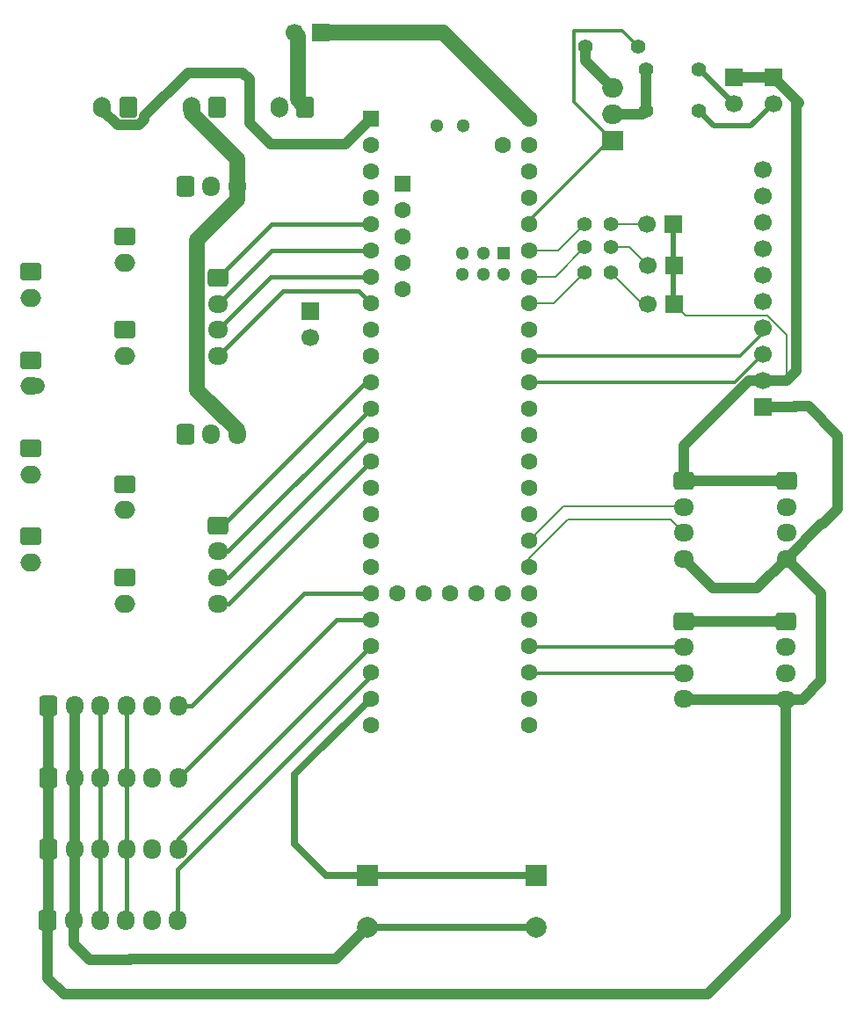
<source format=gbr>
%TF.GenerationSoftware,KiCad,Pcbnew,9.0.7-9.0.7~ubuntu22.04.1*%
%TF.CreationDate,2026-02-24T23:57:18+05:30*%
%TF.ProjectId,diff_drive_pcb,64696666-5f64-4726-9976-655f7063622e,V2.2*%
%TF.SameCoordinates,Original*%
%TF.FileFunction,Copper,L1,Top*%
%TF.FilePolarity,Positive*%
%FSLAX46Y46*%
G04 Gerber Fmt 4.6, Leading zero omitted, Abs format (unit mm)*
G04 Created by KiCad (PCBNEW 9.0.7-9.0.7~ubuntu22.04.1) date 2026-02-24 23:57:18*
%MOMM*%
%LPD*%
G01*
G04 APERTURE LIST*
G04 Aperture macros list*
%AMRoundRect*
0 Rectangle with rounded corners*
0 $1 Rounding radius*
0 $2 $3 $4 $5 $6 $7 $8 $9 X,Y pos of 4 corners*
0 Add a 4 corners polygon primitive as box body*
4,1,4,$2,$3,$4,$5,$6,$7,$8,$9,$2,$3,0*
0 Add four circle primitives for the rounded corners*
1,1,$1+$1,$2,$3*
1,1,$1+$1,$4,$5*
1,1,$1+$1,$6,$7*
1,1,$1+$1,$8,$9*
0 Add four rect primitives between the rounded corners*
20,1,$1+$1,$2,$3,$4,$5,0*
20,1,$1+$1,$4,$5,$6,$7,0*
20,1,$1+$1,$6,$7,$8,$9,0*
20,1,$1+$1,$8,$9,$2,$3,0*%
G04 Aperture macros list end*
%TA.AperFunction,ComponentPad*%
%ADD10R,1.700000X1.700000*%
%TD*%
%TA.AperFunction,ComponentPad*%
%ADD11C,1.700000*%
%TD*%
%TA.AperFunction,ComponentPad*%
%ADD12RoundRect,0.250000X-0.725000X0.600000X-0.725000X-0.600000X0.725000X-0.600000X0.725000X0.600000X0*%
%TD*%
%TA.AperFunction,ComponentPad*%
%ADD13O,1.950000X1.700000*%
%TD*%
%TA.AperFunction,ComponentPad*%
%ADD14O,1.700000X1.950000*%
%TD*%
%TA.AperFunction,ComponentPad*%
%ADD15RoundRect,0.250000X-0.750000X0.600000X-0.750000X-0.600000X0.750000X-0.600000X0.750000X0.600000X0*%
%TD*%
%TA.AperFunction,ComponentPad*%
%ADD16O,2.000000X1.700000*%
%TD*%
%TA.AperFunction,ComponentPad*%
%ADD17RoundRect,0.250000X-0.600000X-0.725000X0.600000X-0.725000X0.600000X0.725000X-0.600000X0.725000X0*%
%TD*%
%TA.AperFunction,ComponentPad*%
%ADD18C,1.400000*%
%TD*%
%TA.AperFunction,ComponentPad*%
%ADD19C,2.000000*%
%TD*%
%TA.AperFunction,ComponentPad*%
%ADD20R,2.000000X2.000000*%
%TD*%
%TA.AperFunction,ComponentPad*%
%ADD21O,2.000000X1.905000*%
%TD*%
%TA.AperFunction,ComponentPad*%
%ADD22R,2.000000X1.905000*%
%TD*%
%TA.AperFunction,ComponentPad*%
%ADD23C,1.300000*%
%TD*%
%TA.AperFunction,ComponentPad*%
%ADD24R,1.300000X1.300000*%
%TD*%
%TA.AperFunction,ComponentPad*%
%ADD25C,1.600000*%
%TD*%
%TA.AperFunction,ComponentPad*%
%ADD26R,1.600000X1.600000*%
%TD*%
%TA.AperFunction,ComponentPad*%
%ADD27O,1.700000X2.000000*%
%TD*%
%TA.AperFunction,ComponentPad*%
%ADD28RoundRect,0.250000X0.600000X0.750000X-0.600000X0.750000X-0.600000X-0.750000X0.600000X-0.750000X0*%
%TD*%
%TA.AperFunction,ViaPad*%
%ADD29C,0.600000*%
%TD*%
%TA.AperFunction,ViaPad*%
%ADD30C,0.900000*%
%TD*%
%TA.AperFunction,Conductor*%
%ADD31C,0.400000*%
%TD*%
%TA.AperFunction,Conductor*%
%ADD32C,1.500000*%
%TD*%
%TA.AperFunction,Conductor*%
%ADD33C,1.000000*%
%TD*%
%TA.AperFunction,Conductor*%
%ADD34C,0.500000*%
%TD*%
%TA.AperFunction,Conductor*%
%ADD35C,0.200000*%
%TD*%
%TA.AperFunction,Conductor*%
%ADD36C,0.300000*%
%TD*%
%TA.AperFunction,Conductor*%
%ADD37C,0.700000*%
%TD*%
G04 APERTURE END LIST*
D10*
%TO.P,J11,1,Pin_1*%
%TO.N,uC_pwr*%
X141190000Y-64150000D03*
D11*
%TO.P,J11,2,Pin_2*%
%TO.N,+5V*%
X138650000Y-64150000D03*
%TD*%
D10*
%TO.P,J13,1,Pin_1*%
%TO.N,GND*%
X140180000Y-90990000D03*
D11*
%TO.P,J13,2,Pin_2*%
%TO.N,/Brk_sw*%
X140180000Y-93530000D03*
%TD*%
D12*
%TO.P,U1,1,M1A*%
%TO.N,M1_ctrl_A*%
X131270000Y-87780000D03*
D13*
%TO.P,U1,2,M1B*%
%TO.N,M1_ctrl_B*%
X131270000Y-90280000D03*
D14*
%TO.P,U1,4,GND*%
%TO.N,/Brk_sw*%
X130640000Y-78940000D03*
D13*
%TO.P,U1,5,M2A*%
%TO.N,M2_ctrl_A*%
X131270000Y-92780000D03*
%TO.P,U1,6,M2B*%
%TO.N,M2_ctrl_B*%
X131270000Y-95280000D03*
D15*
%TO.P,U1,7,M1+*%
%TO.N,/M1+*%
X122280000Y-83790000D03*
D16*
%TO.P,U1,8,M1-*%
%TO.N,/M1-*%
X122280000Y-86290000D03*
D15*
%TO.P,U1,9,M2+*%
%TO.N,/M2+*%
X122280000Y-92780000D03*
D16*
%TO.P,U1,10,M2-*%
%TO.N,/M2-*%
X122280000Y-95280000D03*
D17*
%TO.P,U1,11,+12V*%
%TO.N,+12V*%
X128140000Y-78940000D03*
D14*
%TO.P,U1,12,PGND*%
%TO.N,GND1*%
X133140000Y-78940000D03*
%TD*%
D12*
%TO.P,U2,1,M1A*%
%TO.N,M3_ctrl_A*%
X131250000Y-111635000D03*
D13*
%TO.P,U2,2,M1B*%
%TO.N,M3_ctrl_B*%
X131250000Y-114135000D03*
D14*
%TO.P,U2,4,GND*%
%TO.N,/Brk_sw*%
X130620000Y-102795000D03*
D13*
%TO.P,U2,5,M2A*%
%TO.N,M4_ctrl_A*%
X131250000Y-116635000D03*
%TO.P,U2,6,M2B*%
%TO.N,M4_ctrl_B*%
X131250000Y-119135000D03*
D15*
%TO.P,U2,7,M1+*%
%TO.N,/M3+*%
X122260000Y-107645000D03*
D16*
%TO.P,U2,8,M1-*%
%TO.N,/M3-*%
X122260000Y-110145000D03*
D15*
%TO.P,U2,9,M2+*%
%TO.N,/M4+*%
X122260000Y-116635000D03*
D16*
%TO.P,U2,10,M2-*%
%TO.N,/M4-*%
X122260000Y-119135000D03*
D17*
%TO.P,U2,11,+12V*%
%TO.N,+12V*%
X128120000Y-102795000D03*
D14*
%TO.P,U2,12,PGND*%
%TO.N,GND1*%
X133120000Y-102795000D03*
%TD*%
D11*
%TO.P,D4,2,A*%
%TO.N,Net-(D4-A)*%
X172645000Y-86560000D03*
D10*
%TO.P,D4,1,K*%
%TO.N,GND*%
X175185000Y-86560000D03*
%TD*%
D18*
%TO.P,R5,2*%
%TO.N,Net-(D6-A)*%
X177580000Y-67710000D03*
%TO.P,R5,1*%
%TO.N,+5V*%
X172500000Y-67710000D03*
%TD*%
%TO.P,R6,2*%
%TO.N,Net-(D7-A)*%
X177580000Y-71710000D03*
%TO.P,R6,1*%
%TO.N,+5V*%
X172500000Y-71710000D03*
%TD*%
%TO.P,R3,2*%
%TO.N,Net-(D5-A)*%
X169105000Y-87240000D03*
%TO.P,R3,1*%
%TO.N,STATUS_LED3*%
X166565000Y-87240000D03*
%TD*%
D11*
%TO.P,D7,2,A*%
%TO.N,Net-(D7-A)*%
X184750000Y-71000000D03*
D10*
%TO.P,D7,1,K*%
%TO.N,GND*%
X184750000Y-68460000D03*
%TD*%
D18*
%TO.P,R2,2*%
%TO.N,Net-(D4-A)*%
X169125000Y-84840000D03*
%TO.P,R2,1*%
%TO.N,STATUS_LED2*%
X166585000Y-84840000D03*
%TD*%
D11*
%TO.P,D5,2,A*%
%TO.N,Net-(D5-A)*%
X172665000Y-90290000D03*
D10*
%TO.P,D5,1,K*%
%TO.N,GND*%
X175205000Y-90290000D03*
%TD*%
D18*
%TO.P,R4,2*%
%TO.N,GND*%
X166670000Y-65460000D03*
%TO.P,R4,1*%
%TO.N,HEADLIGHTS*%
X171750000Y-65460000D03*
%TD*%
D19*
%TO.P,BZ1,2,-*%
%TO.N,GND*%
X145680000Y-150320000D03*
D20*
%TO.P,BZ1,1,+*%
%TO.N,Buzzer_ctl*%
X145680000Y-145320000D03*
%TD*%
D21*
%TO.P,Q2,3,S*%
%TO.N,GND*%
X169250000Y-69460000D03*
%TO.P,Q2,2,D*%
%TO.N,+5V*%
X169250000Y-72000000D03*
D22*
%TO.P,Q2,1,G*%
%TO.N,HEADLIGHTS*%
X169250000Y-74540000D03*
%TD*%
D23*
%TO.P,U3,67,D+*%
%TO.N,unconnected-(U3-D+-Pad67)*%
X152370000Y-73150000D03*
%TO.P,U3,66,D-*%
%TO.N,unconnected-(U3-D--Pad66)*%
X154910000Y-73150000D03*
%TO.P,U3,65,R-*%
%TO.N,unconnected-(U3-R--Pad65)*%
X158821600Y-87390000D03*
%TO.P,U3,64,GND*%
%TO.N,unconnected-(U3-GND-Pad64)*%
X156821600Y-87390000D03*
%TO.P,U3,63,T+*%
%TO.N,unconnected-(U3-T+-Pad63)*%
X154821600Y-87390000D03*
%TO.P,U3,62,T-*%
%TO.N,unconnected-(U3-T--Pad62)*%
X154821600Y-85390000D03*
%TO.P,U3,61,LED*%
%TO.N,unconnected-(U3-LED-Pad61)*%
X156821600Y-85390000D03*
D24*
%TO.P,U3,60,R+*%
%TO.N,unconnected-(U3-R+-Pad60)*%
X158821600Y-85390000D03*
D25*
%TO.P,U3,59,GND*%
%TO.N,unconnected-(U3-GND-Pad59)*%
X149070800Y-88879200D03*
%TO.P,U3,58,GND*%
%TO.N,unconnected-(U3-GND-Pad58)*%
X149070800Y-86339200D03*
%TO.P,U3,57,D+*%
%TO.N,unconnected-(U3-D+-Pad57)*%
X149070800Y-83799200D03*
%TO.P,U3,56,D-*%
%TO.N,unconnected-(U3-D--Pad56)*%
X149070800Y-81259200D03*
D26*
%TO.P,U3,55,5V*%
%TO.N,unconnected-(U3-5V-Pad55)*%
X149070800Y-78719200D03*
D25*
%TO.P,U3,54,ON_OFF*%
%TO.N,unconnected-(U3-ON_OFF-Pad54)*%
X158720000Y-118140000D03*
%TO.P,U3,53,PROGRAM*%
%TO.N,unconnected-(U3-PROGRAM-Pad53)*%
X156180000Y-118140000D03*
%TO.P,U3,52,GND*%
%TO.N,unconnected-(U3-GND-Pad52)*%
X153640000Y-118140000D03*
%TO.P,U3,51,3V3*%
%TO.N,unconnected-(U3-3V3-Pad51)*%
X151100000Y-118140000D03*
%TO.P,U3,50,VBAT*%
%TO.N,unconnected-(U3-VBAT-Pad50)*%
X148560000Y-118140000D03*
%TO.P,U3,49,VUSB*%
%TO.N,unconnected-(U3-VUSB-Pad49)*%
X158720000Y-74960000D03*
%TO.P,U3,48,VIN*%
%TO.N,uC_pwr*%
X161260000Y-72420000D03*
%TO.P,U3,47,GND*%
%TO.N,unconnected-(U3-GND-Pad47)*%
X161260000Y-74960000D03*
%TO.P,U3,46,3V3*%
%TO.N,+3V3*%
X161260000Y-77500000D03*
%TO.P,U3,45,23_A9_CRX1_MCLK1*%
%TO.N,unconnected-(U3-23_A9_CRX1_MCLK1-Pad45)*%
X161260000Y-80040000D03*
%TO.P,U3,44,22_A8_CTX1*%
%TO.N,HEADLIGHTS*%
X161260000Y-82580000D03*
%TO.P,U3,43,21_A7_RX5_BCLK1*%
%TO.N,STATUS_LED1*%
X161260000Y-85120000D03*
%TO.P,U3,42,20_A6_TX5_LRCLK1*%
%TO.N,STATUS_LED2*%
X161260000Y-87660000D03*
%TO.P,U3,41,19_A5_SCL*%
%TO.N,STATUS_LED3*%
X161260000Y-90200000D03*
%TO.P,U3,40,18_A4_SDA*%
%TO.N,unconnected-(U3-18_A4_SDA-Pad40)*%
X161260000Y-92740000D03*
%TO.P,U3,39,17_A3_TX4_SDA1*%
%TO.N,MPU_SDA*%
X161260000Y-95280000D03*
%TO.P,U3,38,16_A2_RX4_SCL1*%
%TO.N,MPU_SCL*%
X161260000Y-97820000D03*
%TO.P,U3,37,15_A1_RX3_SPDIF_IN*%
%TO.N,unconnected-(U3-15_A1_RX3_SPDIF_IN-Pad37)*%
X161260000Y-100360000D03*
%TO.P,U3,36,14_A0_TX3_SPDIF_OUT*%
%TO.N,unconnected-(U3-14_A0_TX3_SPDIF_OUT-Pad36)*%
X161260000Y-102900000D03*
%TO.P,U3,35,13_SCK_LED*%
%TO.N,unconnected-(U3-13_SCK_LED-Pad35)*%
X161260000Y-105440000D03*
%TO.P,U3,34,GND*%
%TO.N,unconnected-(U3-GND-Pad34)*%
X161260000Y-107980000D03*
%TO.P,U3,33,41_A17*%
%TO.N,unconnected-(U3-41_A17-Pad33)*%
X161260000Y-110520000D03*
%TO.P,U3,32,40_A16*%
%TO.N,M1_encB*%
X161260000Y-113060000D03*
%TO.P,U3,31,39_MISO1_OUT1A*%
%TO.N,M1_encA*%
X161260000Y-115600000D03*
%TO.P,U3,30,38_CS1_IN1*%
%TO.N,M2_encB*%
X161260000Y-118140000D03*
%TO.P,U3,29,37_CS*%
%TO.N,M2_encA*%
X161260000Y-120680000D03*
%TO.P,U3,28,36_CS*%
%TO.N,M3_encB*%
X161260000Y-123220000D03*
%TO.P,U3,27,35_TX8*%
%TO.N,M3_encA*%
X161260000Y-125760000D03*
%TO.P,U3,26,34_RX8*%
%TO.N,M4_encB*%
X161260000Y-128300000D03*
%TO.P,U3,25,33_MCLK2*%
%TO.N,M4_encA*%
X161260000Y-130840000D03*
%TO.P,U3,24,32_OUT1B*%
%TO.N,unconnected-(U3-32_OUT1B-Pad24)*%
X146020000Y-130840000D03*
%TO.P,U3,23,31_CTX3*%
%TO.N,Buzzer_ctl*%
X146020000Y-128300000D03*
%TO.P,U3,22,30_CRX3*%
%TO.N,XSHUT4*%
X146020000Y-125760000D03*
%TO.P,U3,21,29_TX7*%
%TO.N,XSHUT3*%
X146020000Y-123220000D03*
%TO.P,U3,20,28_RX7*%
%TO.N,XSHUT2*%
X146020000Y-120680000D03*
%TO.P,U3,19,27_A13_SCK1*%
%TO.N,XSHUT1*%
X146020000Y-118140000D03*
%TO.P,U3,18,26_A12_MOSI1*%
%TO.N,unconnected-(U3-26_A12_MOSI1-Pad18)*%
X146020000Y-115600000D03*
%TO.P,U3,17,25_A11_RX6_SDA2*%
%TO.N,TOF_SDA*%
X146020000Y-113060000D03*
%TO.P,U3,16,24_A10_TX6_SCL2*%
%TO.N,TOF_SCL*%
X146020000Y-110520000D03*
%TO.P,U3,15,3V3*%
%TO.N,unconnected-(U3-3V3-Pad15)*%
X146020000Y-107980000D03*
%TO.P,U3,14,12_MISO_MQSL*%
%TO.N,M4_ctrl_B*%
X146020000Y-105440000D03*
%TO.P,U3,13,11_MOSI_CTX1*%
%TO.N,M4_ctrl_A*%
X146020000Y-102900000D03*
%TO.P,U3,12,10_CS_MQSR*%
%TO.N,M3_ctrl_B*%
X146020000Y-100360000D03*
%TO.P,U3,11,9_OUT1C*%
%TO.N,M3_ctrl_A*%
X146020000Y-97820000D03*
%TO.P,U3,10,8_TX2_IN1*%
%TO.N,unconnected-(U3-8_TX2_IN1-Pad10)*%
X146020000Y-95280000D03*
%TO.P,U3,9,7_RX2_OUT1A*%
%TO.N,unconnected-(U3-7_RX2_OUT1A-Pad9)*%
X146020000Y-92740000D03*
%TO.P,U3,8,6_OUT1D*%
%TO.N,M2_ctrl_B*%
X146020000Y-90200000D03*
%TO.P,U3,7,5_IN2*%
%TO.N,M2_ctrl_A*%
X146020000Y-87660000D03*
%TO.P,U3,6,4_BCLK2*%
%TO.N,M1_ctrl_B*%
X146020000Y-85120000D03*
%TO.P,U3,5,3_LRCLK2*%
%TO.N,M1_ctrl_A*%
X146020000Y-82580000D03*
%TO.P,U3,4,2_OUT2*%
%TO.N,unconnected-(U3-2_OUT2-Pad4)*%
X146020000Y-80040000D03*
%TO.P,U3,3,1_TX1_CTX2_MISO1*%
%TO.N,unconnected-(U3-1_TX1_CTX2_MISO1-Pad3)*%
X146020000Y-77500000D03*
%TO.P,U3,2,0_RX1_CRX2_CS1*%
%TO.N,unconnected-(U3-0_RX1_CRX2_CS1-Pad2)*%
X146020000Y-74960000D03*
D26*
%TO.P,U3,1,GND*%
%TO.N,GND*%
X146020000Y-72420000D03*
%TD*%
D19*
%TO.P,BZ3,2,-*%
%TO.N,GND*%
X161930000Y-150320000D03*
D20*
%TO.P,BZ3,1,+*%
%TO.N,Buzzer_ctl*%
X161930000Y-145320000D03*
%TD*%
D11*
%TO.P,D6,2,A*%
%TO.N,Net-(D6-A)*%
X181000000Y-71000000D03*
D10*
%TO.P,D6,1,K*%
%TO.N,GND*%
X181000000Y-68460000D03*
%TD*%
D11*
%TO.P,D3,2,A*%
%TO.N,Net-(D3-A)*%
X172630000Y-82560000D03*
D10*
%TO.P,D3,1,K*%
%TO.N,GND*%
X175170000Y-82560000D03*
%TD*%
D18*
%TO.P,R1,2*%
%TO.N,Net-(D3-A)*%
X169145000Y-82560000D03*
%TO.P,R1,1*%
%TO.N,STATUS_LED1*%
X166605000Y-82560000D03*
%TD*%
D27*
%TO.P,J10,2,Pin_2*%
%TO.N,GND1*%
X128700000Y-71365000D03*
D28*
%TO.P,J10,1,Pin_1*%
%TO.N,+12V*%
X131200000Y-71365000D03*
%TD*%
D27*
%TO.P,J12,2,Pin_2*%
%TO.N,mc_power*%
X137188000Y-71307000D03*
D28*
%TO.P,J12,1,Pin_1*%
%TO.N,+5V*%
X139688000Y-71307000D03*
%TD*%
D27*
%TO.P,J9,2,Pin_2*%
%TO.N,GND*%
X120128000Y-71367000D03*
D28*
%TO.P,J9,1,Pin_1*%
%TO.N,mc_power*%
X122628000Y-71367000D03*
%TD*%
D16*
%TO.P,J7,2,Pin_2*%
%TO.N,/M4-*%
X113260000Y-115190000D03*
D15*
%TO.P,J7,1,Pin_1*%
%TO.N,/M4+*%
X113260000Y-112690000D03*
%TD*%
D16*
%TO.P,J5,2,Pin_2*%
%TO.N,/M3-*%
X113260000Y-106690000D03*
D15*
%TO.P,J5,1,Pin_1*%
%TO.N,/M3+*%
X113260000Y-104190000D03*
%TD*%
D16*
%TO.P,J3,2,Pin_2*%
%TO.N,/M2-*%
X113260000Y-98190000D03*
D15*
%TO.P,J3,1,Pin_1*%
%TO.N,/M2+*%
X113260000Y-95690000D03*
%TD*%
D16*
%TO.P,J1,2,Pin_2*%
%TO.N,/M1-*%
X113260000Y-89690000D03*
D15*
%TO.P,J1,1,Pin_1*%
%TO.N,/M1+*%
X113260000Y-87190000D03*
%TD*%
D13*
%TO.P,J2,4,Pin_4*%
%TO.N,+5V*%
X176128000Y-114839000D03*
%TO.P,J2,3,Pin_3*%
%TO.N,M1_encA*%
X176128000Y-112339000D03*
%TO.P,J2,2,Pin_2*%
%TO.N,M1_encB*%
X176128000Y-109839000D03*
D12*
%TO.P,J2,1,Pin_1*%
%TO.N,GND*%
X176128000Y-107339000D03*
%TD*%
D13*
%TO.P,J4,4,Pin_4*%
%TO.N,+5V*%
X186034000Y-114839000D03*
%TO.P,J4,3,Pin_3*%
%TO.N,M2_encA*%
X186034000Y-112339000D03*
%TO.P,J4,2,Pin_2*%
%TO.N,M2_encB*%
X186034000Y-109839000D03*
D12*
%TO.P,J4,1,Pin_1*%
%TO.N,GND*%
X186034000Y-107339000D03*
%TD*%
D13*
%TO.P,J6,4,Pin_4*%
%TO.N,+5V*%
X176120000Y-128350000D03*
%TO.P,J6,3,Pin_3*%
%TO.N,M3_encA*%
X176120000Y-125850000D03*
%TO.P,J6,2,Pin_2*%
%TO.N,M3_encB*%
X176120000Y-123350000D03*
D12*
%TO.P,J6,1,Pin_1*%
%TO.N,GND*%
X176120000Y-120850000D03*
%TD*%
D13*
%TO.P,J8,4,Pin_4*%
%TO.N,+5V*%
X185990000Y-128360000D03*
%TO.P,J8,3,Pin_3*%
%TO.N,M4_encA*%
X185990000Y-125860000D03*
%TO.P,J8,2,Pin_2*%
%TO.N,M4_encB*%
X185990000Y-123360000D03*
D12*
%TO.P,J8,1,Pin_1*%
%TO.N,GND*%
X185990000Y-120860000D03*
%TD*%
D14*
%TO.P,U4,6,XSHUT*%
%TO.N,XSHUT1*%
X127460000Y-129020000D03*
%TO.P,U4,5,GPIO1*%
%TO.N,unconnected-(U4-GPIO1-Pad5)*%
X124960000Y-129020000D03*
%TO.P,U4,4,SCL*%
%TO.N,TOF_SCL*%
X122460000Y-129020000D03*
%TO.P,U4,3,SDA*%
%TO.N,TOF_SDA*%
X119960000Y-129020000D03*
%TO.P,U4,2,GND*%
%TO.N,GND*%
X117460000Y-129020000D03*
D17*
%TO.P,U4,1,VCC*%
%TO.N,+5V*%
X114960000Y-129020000D03*
%TD*%
D14*
%TO.P,U5,6,XSHUT*%
%TO.N,XSHUT3*%
X127460000Y-142800000D03*
%TO.P,U5,5,GPIO1*%
%TO.N,unconnected-(U5-GPIO1-Pad5)*%
X124960000Y-142800000D03*
%TO.P,U5,4,SCL*%
%TO.N,TOF_SCL*%
X122460000Y-142800000D03*
%TO.P,U5,3,SDA*%
%TO.N,TOF_SDA*%
X119960000Y-142800000D03*
%TO.P,U5,2,GND*%
%TO.N,GND*%
X117460000Y-142800000D03*
D17*
%TO.P,U5,1,VCC*%
%TO.N,+5V*%
X114960000Y-142800000D03*
%TD*%
D14*
%TO.P,U6,6,XSHUT*%
%TO.N,XSHUT2*%
X127460000Y-135950000D03*
%TO.P,U6,5,GPIO1*%
%TO.N,unconnected-(U6-GPIO1-Pad5)*%
X124960000Y-135950000D03*
%TO.P,U6,4,SCL*%
%TO.N,TOF_SCL*%
X122460000Y-135950000D03*
%TO.P,U6,3,SDA*%
%TO.N,TOF_SDA*%
X119960000Y-135950000D03*
%TO.P,U6,2,GND*%
%TO.N,GND*%
X117460000Y-135950000D03*
D17*
%TO.P,U6,1,VCC*%
%TO.N,+5V*%
X114960000Y-135950000D03*
%TD*%
D14*
%TO.P,U7,6,XSHUT*%
%TO.N,XSHUT4*%
X127390000Y-149660000D03*
%TO.P,U7,5,GPIO1*%
%TO.N,unconnected-(U7-GPIO1-Pad5)*%
X124890000Y-149660000D03*
%TO.P,U7,4,SCL*%
%TO.N,TOF_SCL*%
X122390000Y-149660000D03*
%TO.P,U7,3,SDA*%
%TO.N,TOF_SDA*%
X119890000Y-149660000D03*
%TO.P,U7,2,GND*%
%TO.N,GND*%
X117390000Y-149660000D03*
D17*
%TO.P,U7,1,VCC*%
%TO.N,+5V*%
X114890000Y-149660000D03*
%TD*%
D11*
%TO.P,U8,10,FSYNC*%
%TO.N,unconnected-(U8-FSYNC-Pad10)*%
X183730000Y-77330000D03*
%TO.P,U8,9,NCS*%
%TO.N,unconnected-(U8-NCS-Pad9)*%
X183730000Y-79870000D03*
%TO.P,U8,8,INT*%
%TO.N,unconnected-(U8-INT-Pad8)*%
X183730000Y-82410000D03*
%TO.P,U8,7,ADD*%
%TO.N,unconnected-(U8-ADD-Pad7)*%
X183730000Y-84950000D03*
%TO.P,U8,6,ECL*%
%TO.N,unconnected-(U8-ECL-Pad6)*%
X183730000Y-87490000D03*
%TO.P,U8,5,EDA*%
%TO.N,unconnected-(U8-EDA-Pad5)*%
X183730000Y-90030000D03*
%TO.P,U8,4,SDA*%
%TO.N,MPU_SDA*%
X183730000Y-92570000D03*
%TO.P,U8,3,SCL*%
%TO.N,MPU_SCL*%
X183730000Y-95110000D03*
%TO.P,U8,2,GND*%
%TO.N,GND*%
X183730000Y-97650000D03*
D10*
%TO.P,U8,1,VCC*%
%TO.N,+5V*%
X183730000Y-100190000D03*
%TD*%
D29*
%TO.N,GND*%
X137000000Y-74870000D03*
D30*
%TO.N,+5V*%
X186828000Y-100151000D03*
%TD*%
D31*
%TO.N,M3_ctrl_A*%
X146020000Y-97820000D02*
X145510000Y-97820000D01*
X145510000Y-97820000D02*
X131695000Y-111635000D01*
X131695000Y-111635000D02*
X131250000Y-111635000D01*
D32*
%TO.N,uC_pwr*%
X141190000Y-64150000D02*
X152990000Y-64150000D01*
X152990000Y-64150000D02*
X161260000Y-72420000D01*
%TO.N,+5V*%
X138650000Y-64150000D02*
X138989000Y-64489000D01*
X138989000Y-64489000D02*
X138989000Y-70608000D01*
X138989000Y-70608000D02*
X139688000Y-71307000D01*
D33*
%TO.N,GND1*%
X128700000Y-71150000D02*
X128720000Y-71130000D01*
X128700000Y-71365000D02*
X128700000Y-71150000D01*
D32*
X128720000Y-71130000D02*
X128720000Y-71940398D01*
X128720000Y-71940398D02*
X133140000Y-76360398D01*
X133140000Y-76360398D02*
X133140000Y-78940000D01*
X133140000Y-78940000D02*
X133140000Y-80190000D01*
X133140000Y-80190000D02*
X129250000Y-84080000D01*
X129250000Y-84080000D02*
X129250000Y-98560000D01*
X133120000Y-102430000D02*
X133120000Y-102795000D01*
X129250000Y-98560000D02*
X133120000Y-102430000D01*
D34*
X133140000Y-79160000D02*
X132800000Y-79500000D01*
D33*
%TO.N,GND*%
X128370000Y-68020000D02*
X124179000Y-72211000D01*
X124179000Y-72211000D02*
X124179000Y-72517844D01*
X124179000Y-72517844D02*
X123628844Y-73068000D01*
X123628844Y-73068000D02*
X121627156Y-73068000D01*
X121627156Y-73068000D02*
X120128000Y-71568844D01*
X120128000Y-71568844D02*
X120128000Y-71367000D01*
X137000000Y-74870000D02*
X136320000Y-74870000D01*
X136320000Y-74870000D02*
X134288000Y-72838000D01*
X134288000Y-72838000D02*
X134288000Y-68667000D01*
X134288000Y-68667000D02*
X133635000Y-68014000D01*
X133635000Y-68014000D02*
X130351000Y-68014000D01*
X130351000Y-68014000D02*
X130345000Y-68020000D01*
X130345000Y-68020000D02*
X128370000Y-68020000D01*
X146020000Y-72420000D02*
X143570000Y-74870000D01*
X143570000Y-74870000D02*
X137000000Y-74870000D01*
D31*
%TO.N,XSHUT1*%
X146020000Y-118140000D02*
X139595000Y-118140000D01*
X139595000Y-118140000D02*
X128715000Y-129020000D01*
X128715000Y-129020000D02*
X127460000Y-129020000D01*
D33*
%TO.N,+5V*%
X191000000Y-110000000D02*
X191000000Y-103000000D01*
X189368000Y-111505000D02*
X189495000Y-111505000D01*
X189495000Y-111505000D02*
X191000000Y-110000000D01*
X191000000Y-103000000D02*
X188151000Y-100151000D01*
X188151000Y-100151000D02*
X186828000Y-100151000D01*
%TO.N,GND*%
X187070000Y-70930000D02*
X187000000Y-71000000D01*
X187220000Y-70930000D02*
X187070000Y-70930000D01*
X187000000Y-71000000D02*
X187000000Y-96716000D01*
X187000000Y-96716000D02*
X186066000Y-97650000D01*
D31*
%TO.N,M2_ctrl_B*%
X146020000Y-90200000D02*
X144820000Y-89000000D01*
X144820000Y-89000000D02*
X137550000Y-89000000D01*
X137550000Y-89000000D02*
X131270000Y-95280000D01*
%TO.N,M2_ctrl_A*%
X146020000Y-87660000D02*
X136390000Y-87660000D01*
X136390000Y-87660000D02*
X131270000Y-92780000D01*
%TO.N,M1_ctrl_B*%
X146020000Y-85120000D02*
X136430000Y-85120000D01*
X136430000Y-85120000D02*
X131270000Y-90280000D01*
%TO.N,M1_ctrl_A*%
X146020000Y-82580000D02*
X136470000Y-82580000D01*
X136470000Y-82580000D02*
X131270000Y-87780000D01*
%TO.N,M3_ctrl_B*%
X146020000Y-100360000D02*
X132245000Y-114135000D01*
X132245000Y-114135000D02*
X131250000Y-114135000D01*
%TO.N,M4_ctrl_A*%
X146020000Y-102900000D02*
X132285000Y-116635000D01*
X132285000Y-116635000D02*
X131250000Y-116635000D01*
%TO.N,M4_ctrl_B*%
X146020000Y-105440000D02*
X132325000Y-119135000D01*
X132325000Y-119135000D02*
X131250000Y-119135000D01*
D33*
%TO.N,+5V*%
X114960000Y-129020000D02*
X114960000Y-135950000D01*
X189368000Y-111505000D02*
X186034000Y-114839000D01*
X114890000Y-155213000D02*
X114890000Y-149660000D01*
X189368000Y-118173000D02*
X189368000Y-126567000D01*
X116470000Y-156793000D02*
X114890000Y-155213000D01*
X178446000Y-156793000D02*
X116470000Y-156793000D01*
X114960000Y-135950000D02*
X114960000Y-142800000D01*
X185990000Y-128360000D02*
X176130000Y-128360000D01*
X176130000Y-128360000D02*
X176120000Y-128350000D01*
X183196000Y-117677000D02*
X178966000Y-117677000D01*
X189368000Y-126567000D02*
X187575000Y-128360000D01*
%TO.N,GND*%
X122840000Y-153390000D02*
X142610000Y-153390000D01*
X117460000Y-142800000D02*
X117460000Y-149590000D01*
D35*
X176334000Y-91419000D02*
X184206760Y-91419000D01*
D34*
X175170000Y-82560000D02*
X175170000Y-90255000D01*
D35*
X175205000Y-90290000D02*
X175170000Y-90255000D01*
D33*
X117390000Y-151920000D02*
X118900000Y-153430000D01*
X182393496Y-97650000D02*
X176128000Y-103915496D01*
D35*
X119918000Y-71367000D02*
X119888000Y-71337000D01*
D33*
X187220000Y-70930000D02*
X184750000Y-68460000D01*
D35*
X120128000Y-71367000D02*
X119918000Y-71367000D01*
X186066000Y-93278240D02*
X186066000Y-97650000D01*
D33*
X142610000Y-153390000D02*
X145680000Y-150320000D01*
D35*
X175170000Y-90255000D02*
X176334000Y-91419000D01*
D33*
X183730000Y-97650000D02*
X182393496Y-97650000D01*
D35*
%TO.N,M1_encA*%
X176128000Y-112339000D02*
X174862000Y-111073000D01*
D33*
%TO.N,+5V*%
X114960000Y-142800000D02*
X114960000Y-149590000D01*
D36*
%TO.N,MPU_SDA*%
X183730000Y-92570000D02*
X183730000Y-93088999D01*
D31*
%TO.N,TOF_SDA*%
X119890000Y-143660000D02*
X119890000Y-149660000D01*
D36*
%TO.N,MPU_SDA*%
X183730000Y-93088999D02*
X181538999Y-95280000D01*
D31*
%TO.N,TOF_SDA*%
X119960000Y-143590000D02*
X119890000Y-143660000D01*
X119960000Y-129020000D02*
X119960000Y-135950000D01*
X119960000Y-135950000D02*
X119960000Y-142800000D01*
X119960000Y-142800000D02*
X119960000Y-143590000D01*
D36*
%TO.N,MPU_SDA*%
X181538999Y-95280000D02*
X161260000Y-95280000D01*
D31*
%TO.N,XSHUT4*%
X146020000Y-126134181D02*
X127390000Y-144764181D01*
X127390000Y-144764181D02*
X127390000Y-149660000D01*
X146020000Y-125760000D02*
X146020000Y-126134181D01*
%TO.N,XSHUT3*%
X146020000Y-123220000D02*
X127460000Y-141780000D01*
X127460000Y-141780000D02*
X127460000Y-142800000D01*
%TO.N,XSHUT2*%
X142730000Y-120680000D02*
X127460000Y-135950000D01*
X146020000Y-120680000D02*
X142730000Y-120680000D01*
D35*
%TO.N,Net-(D3-A)*%
X169145000Y-82560000D02*
X172630000Y-82560000D01*
%TO.N,Net-(D4-A)*%
X170925000Y-84840000D02*
X172645000Y-86560000D01*
X169125000Y-84840000D02*
X170925000Y-84840000D01*
%TO.N,Net-(D5-A)*%
X169105000Y-87240000D02*
X172155000Y-90290000D01*
X172155000Y-90290000D02*
X172665000Y-90290000D01*
%TO.N,STATUS_LED1*%
X161260000Y-85120000D02*
X164045000Y-85120000D01*
X164045000Y-85120000D02*
X166605000Y-82560000D01*
%TO.N,STATUS_LED2*%
X163765000Y-87660000D02*
X161260000Y-87660000D01*
X166585000Y-84840000D02*
X163765000Y-87660000D01*
%TO.N,STATUS_LED3*%
X163605000Y-90200000D02*
X161260000Y-90200000D01*
X166565000Y-87240000D02*
X163605000Y-90200000D01*
D33*
%TO.N,HEADLIGHTS*%
X161383000Y-82580000D02*
X161428000Y-82625000D01*
D36*
X171750000Y-65460000D02*
X170220000Y-63930000D01*
X170220000Y-63930000D02*
X165550000Y-63930000D01*
X165550000Y-70840000D02*
X169250000Y-74540000D01*
X161260000Y-82285000D02*
X168794000Y-74751000D01*
X161260000Y-82580000D02*
X161260000Y-82285000D01*
D33*
X161260000Y-82580000D02*
X161383000Y-82580000D01*
D36*
X165550000Y-63930000D02*
X165550000Y-70840000D01*
D33*
%TO.N,mc_power*%
X122628000Y-71367000D02*
X122618000Y-71367000D01*
X122618000Y-71367000D02*
X122448000Y-71537000D01*
D35*
%TO.N,M1_encA*%
X174862000Y-111073000D02*
X164984000Y-111073000D01*
D33*
%TO.N,+5V*%
X185990000Y-149249000D02*
X178446000Y-156793000D01*
X178966000Y-117677000D02*
X176128000Y-114839000D01*
%TO.N,GND*%
X118900000Y-153430000D02*
X122800000Y-153430000D01*
X166670000Y-66880000D02*
X169250000Y-69460000D01*
X166670000Y-65460000D02*
X166670000Y-66880000D01*
X117390000Y-149660000D02*
X117390000Y-151920000D01*
X176128000Y-103915496D02*
X176128000Y-107339000D01*
X176130000Y-120860000D02*
X176120000Y-120850000D01*
D35*
X184206760Y-91419000D02*
X186066000Y-93278240D01*
D33*
X117460000Y-129020000D02*
X117460000Y-135950000D01*
D37*
X161930000Y-150320000D02*
X145680000Y-150320000D01*
D33*
X183730000Y-97650000D02*
X186066000Y-97650000D01*
X117460000Y-149590000D02*
X117390000Y-149660000D01*
X117460000Y-135950000D02*
X117460000Y-142800000D01*
X185990000Y-120860000D02*
X176130000Y-120860000D01*
X122800000Y-153430000D02*
X122840000Y-153390000D01*
X186034000Y-107339000D02*
X176128000Y-107339000D01*
X181000000Y-68460000D02*
X184750000Y-68460000D01*
D32*
%TO.N,/M2-*%
X113815398Y-98190000D02*
X113260000Y-98190000D01*
D33*
%TO.N,+5V*%
X187575000Y-128360000D02*
X185990000Y-128360000D01*
X186034000Y-114839000D02*
X183196000Y-117677000D01*
X183730000Y-100190000D02*
X186867000Y-100190000D01*
X114960000Y-149590000D02*
X114890000Y-149660000D01*
D35*
%TO.N,M1_encB*%
X176128000Y-109835000D02*
X176160000Y-109803000D01*
X164517000Y-109803000D02*
X161260000Y-113060000D01*
X176128000Y-109839000D02*
X176128000Y-109835000D01*
X176160000Y-109803000D02*
X164517000Y-109803000D01*
%TO.N,M1_encA*%
X161260000Y-114797000D02*
X161260000Y-115600000D01*
X164984000Y-111073000D02*
X161260000Y-114797000D01*
D36*
%TO.N,M3_encB*%
X176120000Y-123350000D02*
X161390000Y-123350000D01*
X161390000Y-123350000D02*
X161260000Y-123220000D01*
%TO.N,M3_encA*%
X161350000Y-125850000D02*
X161260000Y-125760000D01*
X176120000Y-125850000D02*
X161350000Y-125850000D01*
D37*
%TO.N,Buzzer_ctl*%
X145680000Y-145320000D02*
X161930000Y-145320000D01*
X138680000Y-142280000D02*
X141720000Y-145320000D01*
X138680000Y-135640000D02*
X138680000Y-142280000D01*
X146020000Y-128300000D02*
X138680000Y-135640000D01*
X141720000Y-145320000D02*
X145680000Y-145320000D01*
D34*
%TO.N,Net-(D6-A)*%
X177580000Y-67710000D02*
X177710000Y-67710000D01*
X177710000Y-67710000D02*
X181000000Y-71000000D01*
%TO.N,Net-(D7-A)*%
X182610000Y-73140000D02*
X184750000Y-71000000D01*
X177580000Y-71710000D02*
X179010000Y-73140000D01*
X179010000Y-73140000D02*
X182610000Y-73140000D01*
D31*
%TO.N,TOF_SCL*%
X122460000Y-135950000D02*
X122460000Y-142800000D01*
X122460000Y-142800000D02*
X122460000Y-149590000D01*
D36*
%TO.N,MPU_SCL*%
X181020000Y-97820000D02*
X161260000Y-97820000D01*
X183730000Y-95110000D02*
X181020000Y-97820000D01*
D31*
%TO.N,TOF_SCL*%
X122460000Y-149590000D02*
X122390000Y-149660000D01*
X122460000Y-129020000D02*
X122460000Y-135950000D01*
D33*
%TO.N,+5V*%
X185990000Y-128360000D02*
X185990000Y-149249000D01*
X172500000Y-67710000D02*
X172500000Y-71710000D01*
X172210000Y-72000000D02*
X172500000Y-71710000D01*
X186034000Y-114839000D02*
X189368000Y-118173000D01*
X169250000Y-72000000D02*
X172210000Y-72000000D01*
%TD*%
M02*

</source>
